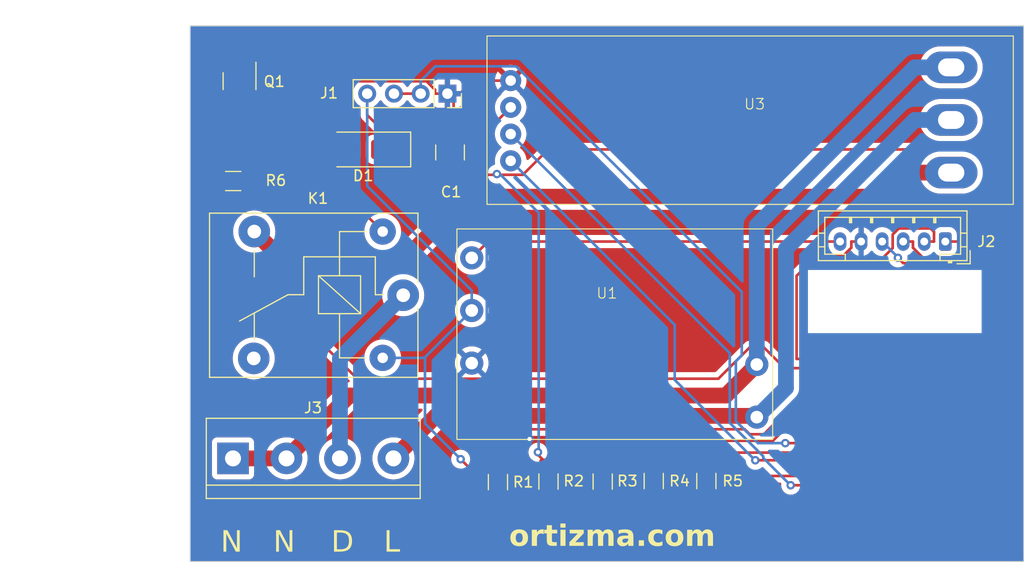
<source format=kicad_pcb>
(kicad_pcb (version 20221018) (generator pcbnew)
  (title_block (title "WiFi AC Dimmer") (date "2023-07-15") (rev "1.0.0") (company "Pablo Ortiz López"))
  (layers (0 "F.Cu" signal) (31 "B.Cu" signal) (34 "B.Paste" user) (35 "F.Paste" user) (36 "B.SilkS" user "B.Silkscreen") (37 "F.SilkS" user "F.Silkscreen") (38 "B.Mask" user) (39 "F.Mask" user) (44 "Edge.Cuts" user))
  (net 0 "")
  (net 1 "NEUT")
  (net 2 "LAMP")
  (net 3 "LINE")
  (net 4 "+3.3V")
  (net 5 "/EN")
  (net 6 "/REST")
  (net 7 "/GPIO0")
  (net 8 "/GPIO2")
  (net 9 "GND")
  (net 10 "/GPIO15")
  (net 11 "/RX")
  (net 12 "/TX")
  (net 13 "+5V")
  (net 14 "/ADC")
  (net 15 "/GPIO16")
  (net 16 "/GPIO14")
  (net 17 "/GPIO12")
  (net 18 "/GPIO13")
  (net 19 "/GPIO4")
  (net 20 "/GPIO5")
  (net 21 "Net-(Q1-B)")
  (net 22 "Net-(D1-A)")
  (net 23 "DIMMER_OUT")
  (footprint "Diode_SMD:D_SMA_Handsoldering" (layer "F.Cu") (at 120.35 83 180)
    (fp_text reference "D1" (at 0 -2.5) (layer "F.SilkS"))
    (fp_text value "1N4007")
    (fp_line (start -4.51 -1.65) (end -4.51 1.65) (stroke (width 0.12)) (layer "F.SilkS"))
    (fp_line (start -4.51 -1.65) (end 2.5 -1.65) (stroke (width 0.12)) (layer "F.SilkS"))
    (fp_line (start -4.51 1.65) (end 2.5 1.65) (stroke (width 0.12)) (layer "F.SilkS"))
    (pad "1" smd roundrect (at -2.5 0 180) (size 3.5 1.8) (layers "F.Cu" "F.Paste" "F.Mask") (roundrect_rratio 0.1388888889) (net 4 "+3.3V"))
    (pad "2" smd roundrect (at 2.5 0 180) (size 3.5 1.8) (layers "F.Cu" "F.Paste" "F.Mask") (roundrect_rratio 0.1388888889) (net 22 "Net-(D1-A)"))
  )
  (footprint "Connector_JST:JST_PH_B6B-PH-K_1x06_P2.00mm_Vertical" (layer "F.Cu") (at 175.65 91.75 180)
    (fp_text reference "J2" (at -3.9 0) (layer "F.SilkS"))
    (fp_text value "Serial Terminals")
    (fp_line (start -2.36 -2.11) (end -2.36 -0.86) (stroke (width 0.12)) (layer "F.SilkS"))
    (fp_line (start -2.06 -1.81) (end -2.06 2.91) (stroke (width 0.12)) (layer "F.SilkS"))
    (fp_line (start -2.06 -0.5) (end -1.45 -0.5) (stroke (width 0.12)) (layer "F.SilkS"))
    (fp_line (start -2.06 0.8) (end -1.45 0.8) (stroke (width 0.12)) (layer "F.SilkS"))
    (fp_line (start -2.06 2.91) (end 12.06 2.91) (stroke (width 0.12)) (layer "F.SilkS"))
    (fp_line (start -1.45 -1.2) (end -1.45 2.3) (stroke (width 0.12)) (layer "F.SilkS"))
    (fp_line (start -1.45 2.3) (end 11.45 2.3) (stroke (width 0.12)) (layer "F.SilkS"))
    (fp_line (start -1.11 -2.11) (end -2.36 -2.11) (stroke (width 0.12)) (layer "F.SilkS"))
    (fp_line (start -0.6 -2.01) (end -0.6 -1.81) (stroke (width 0.12)) (layer "F.SilkS"))
    (fp_line (start -0.3 -2.01) (end -0.6 -2.01) (stroke (width 0.12)) (layer "F.SilkS"))
    (fp_line (start -0.3 -1.91) (end -0.6 -1.91) (stroke (width 0.12)) (layer "F.SilkS"))
    (fp_line (start -0.3 -1.81) (end -0.3 -2.01) (stroke (width 0.12)) (layer "F.SilkS"))
    (fp_line (start 0.5 -1.81) (end 0.5 -1.2) (stroke (width 0.12)) (layer "F.SilkS"))
    (fp_line (start 0.5 -1.2) (end -1.45 -1.2) (stroke (width 0.12)) (layer "F.SilkS"))
    (fp_line (start 0.9 1.8) (end 1.1 1.8) (stroke (width 0.12)) (layer "F.SilkS"))
    (fp_line (start 0.9 2.3) (end 0.9 1.8) (stroke (width 0.12)) (layer "F.SilkS"))
    (fp_line (start 1 2.3) (end 1 1.8) (stroke (width 0.12)) (layer "F.SilkS"))
    (fp_line (start 1.1 1.8) (end 1.1 2.3) (stroke (width 0.12)) (layer "F.SilkS"))
    (fp_line (start 2.9 1.8) (end 3.1 1.8) (stroke (width 0.12)) (layer "F.SilkS"))
    (fp_line (start 2.9 2.3) (end 2.9 1.8) (stroke (width 0.12)) (layer "F.SilkS"))
    (fp_line (start 3 2.3) (end 3 1.8) (stroke (width 0.12)) (layer "F.SilkS"))
    (fp_line (start 3.1 1.8) (end 3.1 2.3) (stroke (width 0.12)) (layer "F.SilkS"))
    (fp_line (start 4.9 1.8) (end 5.1 1.8) (stroke (width 0.12)) (layer "F.SilkS"))
    (fp_line (start 4.9 2.3) (end 4.9 1.8) (stroke (width 0.12)) (layer "F.SilkS"))
    (fp_line (start 5 2.3) (end 5 1.8) (stroke (width 0.12)) (layer "F.SilkS"))
    (fp_line (start 5.1 1.8) (end 5.1 2.3) (stroke (width 0.12)) (layer "F.SilkS"))
    (fp_line (start 6.9 1.8) (end 7.1 1.8) (stroke (width 0.12)) (layer "F.SilkS"))
    (fp_line (start 6.9 2.3) (end 6.9 1.8) (stroke (width 0.12)) (layer "F.SilkS"))
    (fp_line (start 7 2.3) (end 7 1.8) (stroke (width 0.12)) (layer "F.SilkS"))
    (fp_line (start 7.1 1.8) (end 7.1 2.3) (stroke (width 0.12)) (layer "F.SilkS"))
    (fp_line (start 8.9 1.8) (end 9.1 1.8) (stroke (width 0.12)) (layer "F.SilkS"))
    (fp_line (start 8.9 2.3) (end 8.9 1.8) (stroke (width 0.12)) (layer "F.SilkS"))
    (fp_line (start 9 2.3) (end 9 1.8) (stroke (width 0.12)) (layer "F.SilkS"))
    (fp_line (start 9.1 1.8) (end 9.1 2.3) (stroke (width 0.12)) (layer "F.SilkS"))
    (fp_line (start 9.5 -1.2) (end 9.5 -1.81) (stroke (width 0.12)) (layer "F.SilkS"))
    (fp_line (start 11.45 -1.2) (end 9.5 -1.2) (stroke (width 0.12)) (layer "F.SilkS"))
    (fp_line (start 11.45 2.3) (end 11.45 -1.2) (stroke (width 0.12)) (layer "F.SilkS"))
    (fp_line (start 12.06 -1.81) (end -2.06 -1.81) (stroke (width 0.12)) (layer "F.SilkS"))
    (fp_line (start 12.06 -0.5) (end 11.45 -0.5) (stroke (width 0.12)) (layer "F.SilkS"))
    (fp_line (start 12.06 0.8) (end 11.45 0.8) (stroke (width 0.12)) (layer "F.SilkS"))
    (fp_line (start 12.06 2.91) (end 12.06 -1.81) (stroke (width 0.12)) (layer "F.SilkS"))
    (pad "1" thru_hole roundrect (at 0 0 180) (size 1.2 1.75) (drill 0.75) (layers "*.Cu" "*.Mask") (roundrect_rratio 0.2083333333) (net 7 "/GPIO0"))
    (pad "2" thru_hole oval (at 2 0 180) (size 1.2 1.75) (drill 0.75) (layers "*.Cu" "*.Mask") (net 6 "/REST"))
    (pad "3" thru_hole oval (at 4 0 180) (size 1.2 1.75) (drill 0.75) (layers "*.Cu" "*.Mask") (net 11 "/RX"))
    (pad "4" thru_hole oval (at 6 0 180) (size 1.2 1.75) (drill 0.75) (layers "*.Cu" "*.Mask") (net 12 "/TX"))
    (pad "5" thru_hole oval (at 8 0 180) (size 1.2 1.75) (drill 0.75) (layers "*.Cu" "*.Mask") (net 9 "GND"))
    (pad "6" thru_hole oval (at 10 0 180) (size 1.2 1.75) (drill 0.75) (layers "*.Cu" "*.Mask") (net 13 "+5V"))
  )
  (footprint "Resistor_SMD:R_1206_3216Metric_Pad1.30x1.75mm_HandSolder" (layer "F.Cu") (at 137.95 114.55 90)
    (fp_text reference "R2" (at 0.05 2.4 180) (layer "F.SilkS"))
    (fp_text value "10K" hide)
    (fp_line (start -0.727064 -0.91) (end 0.727064 -0.91) (stroke (width 0.12)) (layer "F.SilkS"))
    (fp_line (start -0.727064 0.91) (end 0.727064 0.91) (stroke (width 0.12)) (layer "F.SilkS"))
    (pad "1" smd roundrect (at -1.55 0 90) (size 1.3 1.75) (layers "F.Cu" "F.Paste" "F.Mask") (roundrect_rratio 0.1923076923) (net 4 "+3.3V"))
    (pad "2" smd roundrect (at 1.55 0 90) (size 1.3 1.75) (layers "F.Cu" "F.Paste" "F.Mask") (roundrect_rratio 0.1923076923) (net 6 "/REST"))
  )
  (footprint "Resistor_SMD:R_1206_3216Metric_Pad1.30x1.75mm_HandSolder" (layer "F.Cu") (at 147.95 114.5 90)
    (fp_text reference "R4" (at 0 2.45 180) (layer "F.SilkS"))
    (fp_text value "10K" hide)
    (fp_line (start -0.727064 -0.91) (end 0.727064 -0.91) (stroke (width 0.12)) (layer "F.SilkS"))
    (fp_line (start -0.727064 0.91) (end 0.727064 0.91) (stroke (width 0.12)) (layer "F.SilkS"))
    (pad "1" smd roundrect (at -1.55 0 90) (size 1.3 1.75) (layers "F.Cu" "F.Paste" "F.Mask") (roundrect_rratio 0.1923076923) (net 4 "+3.3V"))
    (pad "2" smd roundrect (at 1.55 0 90) (size 1.3 1.75) (layers "F.Cu" "F.Paste" "F.Mask") (roundrect_rratio 0.1923076923) (net 8 "/GPIO2"))
  )
  (footprint "AA_Footprints:RF Receiver" (layer "F.Cu") (at 128.35 77.7 -90)
    (fp_text reference "J1" (at -0.05 11.25 -180) (layer "F.SilkS"))
    (fp_text value "433MHz_ASK_Superheterodyne_Receiver")
    (fp_line (start -1.33 1.27) (end -1.33 8.95) (stroke (width 0.12)) (layer "F.SilkS"))
    (fp_line (start -1.33 1.27) (end 1.33 1.27) (stroke (width 0.12)) (layer "F.SilkS"))
    (fp_line (start -1.33 8.95) (end 1.33 8.95) (stroke (width 0.12)) (layer "F.SilkS"))
    (fp_line (start 0 -1.33) (end 1.33 -1.33) (stroke (width 0.12)) (layer "F.SilkS"))
    (fp_line (start 1.33 -1.33) (end 1.33 0) (stroke (width 0.12)) (layer "F.SilkS"))
    (fp_line (start 1.33 1.27) (end 1.33 8.95) (stroke (width 0.12)) (layer "F.SilkS"))
    (pad "1" thru_hole rect (at 0 0 270) (size 1.7 1.7) (drill 1) (layers "*.Cu" "*.Mask") (net 9 "GND"))
    (pad "2" thru_hole oval (at 0 2.54 270) (size 1.7 1.7) (drill 1) (layers "*.Cu" "*.Mask") (net 16 "/GPIO14"))
    (pad "3" thru_hole oval (at 0 5.08 270) (size 1.7 1.7) (drill 1) (layers "*.Cu" "*.Mask") (net 16 "/GPIO14"))
    (pad "4" thru_hole oval (at 0 7.62 270) (size 1.7 1.7) (drill 1) (layers "*.Cu" "*.Mask") (net 4 "+3.3V"))
  )
  (footprint "Capacitor_SMD:C_1210_3225Metric_Pad1.33x2.70mm_HandSolder" (layer "F.Cu") (at 128.6 83.2875 90)
    (fp_text reference "C1" (at -3.75 0.1 180) (layer "F.SilkS"))
    (fp_text value "100nF" hide)
    (fp_line (start -0.711252 -1.36) (end 0.711252 -1.36) (stroke (width 0.12)) (layer "F.SilkS"))
    (fp_line (start -0.711252 1.36) (end 0.711252 1.36) (stroke (width 0.12)) (layer "F.SilkS"))
    (pad "1" smd roundrect (at -1.5625 0 90) (size 1.325 2.7) (layers "F.Cu" "F.Paste" "F.Mask") (roundrect_rratio 0.1886792453) (net 6 "/REST"))
    (pad "2" smd roundrect (at 1.5625 0 90) (size 1.325 2.7) (layers "F.Cu" "F.Paste" "F.Mask") (roundrect_rratio 0.1886792453) (net 9 "GND"))
  )
  (footprint "AA_Footprints:SOT-23-3-BC" (layer "F.Cu") (at 108.6 76.5125 -90)
    (fp_text reference "Q1" (at 0.0375 -3.3) (layer "F.SilkS"))
    (fp_text value "BC547" hide)
    (fp_line (start 0 -1.56) (end -1.8 -1.56) (stroke (width 0.12)) (layer "F.SilkS"))
    (fp_line (start 0 -1.56) (end 0.8 -1.56) (stroke (width 0.12)) (layer "F.SilkS"))
    (fp_line (start 0 1.56) (end -0.8 1.56) (stroke (width 0.12)) (layer "F.SilkS"))
    (fp_line (start 0 1.56) (end 0.8 1.56) (stroke (width 0.12)) (layer "F.SilkS"))
    (pad "1" smd roundrect (at 1.1375 0 270) (size 1.325 0.6) (layers "F.Cu" "F.Paste" "F.Mask") (net 22 "Net-(D1-A)"))
    (pad "2" smd roundrect (at -1.1375 -0.95 270) (size 1.325 0.6) (layers "F.Cu" "F.Paste" "F.Mask") (net 21 "Net-(Q1-B)"))
    (pad "3" smd roundrect (at -1.1375 0.95 270) (size 1.325 0.6) (layers "F.Cu" "F.Paste" "F.Mask") (net 9 "GND"))
  )
  (footprint "AA_Footprints:5V07" (layer "F.Cu") (at 143.81 100.71)
    (fp_text reference "U1" (at -0.31 -4.05 unlocked) (layer "F.SilkS") (effects (font (thickness 0.1))))
    (fp_text value "5V07 Transformer")
    (fp_rect (start -14.56 9.84) (end 15.44 -10.16) (stroke (width 0.1)) (fill none) (layer "F.SilkS"))
    (pad "1" thru_hole circle (at 13.93 7.72) (size 2.2 2.2) (drill 1.2) (layers "*.Cu" "*.Mask") (net 3 "LINE"))
    (pad "2" thru_hole circle (at 13.93 2.72) (size 2.2 2.2) (drill 1.2) (layers "*.Cu" "*.Mask") (net 1 "NEUT"))
    (pad "3" thru_hole circle (at -13.15 2.59) (size 2.2 2.2) (drill 1.2) (layers "*.Cu" "*.Mask") (net 9 "GND"))
    (pad "4" thru_hole circle (at -13.15 -2.41) (size 2.2 2.2) (drill 1.2) (layers "*.Cu" "*.Mask") (net 4 "+3.3V"))
    (pad "5" thru_hole circle (at -13.15 -7.41) (size 2.2 2.2) (drill 1.2) (layers "*.Cu" "*.Mask") (net 13 "+5V"))
  )
  (footprint "Relay_THT:Relay_SPDT_SANYOU_SRD_Series_Form_C" (layer "F.Cu") (at 124.15 96.85 180)
    (fp_text reference "K1" (at 8.1 9.2) (layer "F.SilkS"))
    (fp_text value "SANYOU_SRD_Form_C")
    (fp_line (start -1.4 -7.8) (end -1.4 -1.2) (stroke (width 0.12)) (layer "F.SilkS"))
    (fp_line (start -1.4 -7.8) (end 18.4 -7.8) (stroke (width 0.12)) (layer "F.SilkS"))
    (fp_line (start -1.4 1.2) (end -1.4 7.8) (stroke (width 0.12)) (layer "F.SilkS"))
    (fp_line (start 2.65 0.05) (end 1.85 0.05) (stroke (width 0.12)) (layer "F.SilkS"))
    (fp_line (start 2.65 0.05) (end 2.65 3.65) (stroke (width 0.12)) (layer "F.SilkS"))
    (fp_line (start 3.55 6.05) (end 6.05 6.05) (stroke (width 0.12)) (layer "F.SilkS"))
    (fp_line (start 4.05 -1.75) (end 8.05 -1.75) (stroke (width 0.12)) (layer "F.SilkS"))
    (fp_line (start 4.05 1.85) (end 4.05 -1.75) (stroke (width 0.12)) (layer "F.SilkS"))
    (fp_line (start 6.05 -5.95) (end 3.55 -5.95) (stroke (width 0.12)) (layer "F.SilkS"))
    (fp_line (start 6.05 -5.95) (end 6.05 -1.75) (stroke (width 0.12)) (layer "F.SilkS"))
    (fp_line (start 6.05 1.85) (end 6.05 6.05) (stroke (width 0.12)) (layer "F.SilkS"))
    (fp_line (start 8.05 -1.75) (end 8.05 1.85) (stroke (width 0.12)) (layer "F.SilkS"))
    (fp_line (start 8.05 1.85) (end 4.05 -1.75) (stroke (width 0.12)) (layer "F.SilkS"))
    (fp_line (start 8.05 1.85) (end 4.05 1.85) (stroke (width 0.12)) (layer "F.SilkS"))
    (fp_line (start 9.45 0.05) (end 9.45 3.65) (stroke (width 0.12)) (layer "F.SilkS"))
    (fp_line (start 9.45 0.05) (end 10.95 0.05) (stroke (width 0.12)) (layer "F.SilkS"))
    (fp_line (start 9.45 3.65) (end 2.65 3.65) (stroke (width 0.12)) (layer "F.SilkS"))
    (fp_line (start 10.95 0.05) (end 15.55 -2.45) (stroke (width 0.12)) (layer "F.SilkS"))
    (fp_line (start 14.15 -4.2) (end 14.15 -1.7) (stroke (width 0.12)) (layer "F.SilkS"))
    (fp_line (start 14.15 4.2) (end 14.15 1.75) (stroke (width 0.12)) (layer "F.SilkS"))
    (fp_line (start 18.4 -7.8) (end 18.4 7.8) (stroke (width 0.12)) (layer "F.SilkS"))
    (fp_line (start 18.4 7.8) (end -1.4 7.8) (stroke (width 0.12)) (layer "F.SilkS"))
    (pad "1" thru_hole circle (at 0 0 270) (size 3 3) (drill 1.3) (layers "*.Cu" "*.Mask") (net 2 "LAMP"))
    (pad "2" thru_hole circle (at 1.95 6.05 270) (size 2.5 2.5) (drill 1) (layers "*.Cu" "*.Mask") (net 22 "Net-(D1-A)"))
    (pad "3" thru_hole circle (at 14.15 6.05 270) (size 3 3) (drill 1.3) (layers "*.Cu" "*.Mask") (net 23 "DIMMER_OUT"))
    (pad "4" thru_hole circle (at 14.2 -6 270) (size 3 3) (drill 1.3) (layers "*.Cu" "*.Mask"))
    (pad "5" thru_hole circle (at 1.95 -5.95 270) (size 2.5 2.5) (drill 1) (layers "*.Cu" "*.Mask") (net 4 "+3.3V"))
  )
  (footprint "Resistor_SMD:R_1206_3216Metric_Pad1.30x1.75mm_HandSolder" (layer "F.Cu") (at 143.1 114.55 90)
    (fp_text reference "R3" (at 0.05 2.35 180) (layer "F.SilkS"))
    (fp_text value "10K" hide)
    (fp_line (start -0.727064 -0.91) (end 0.727064 -0.91) (stroke (width 0.12)) (layer "F.SilkS"))
    (fp_line (start -0.727064 0.91) (end 0.727064 0.91) (stroke (width 0.12)) (layer "F.SilkS"))
    (pad "1" smd roundrect (at -1.55 0 90) (size 1.3 1.75) (layers "F.Cu" "F.Paste" "F.Mask") (roundrect_rratio 0.1923076923) (net 4 "+3.3V"))
    (pad "2" smd roundrect (at 1.55 0 90) (size 1.3 1.75) (layers "F.Cu" "F.Paste" "F.Mask") (roundrect_rratio 0.1923076923) (net 7 "/GPIO0"))
  )
  (footprint "Resistor_SMD:R_1206_3216Metric_Pad1.30x1.75mm_HandSolder" (layer "F.Cu") (at 108 86 180)
    (fp_text reference "R6" (at -4.05 0.05) (layer "F.SilkS"))
    (fp_text value "1k" hide)
    (fp_line (start -0.727064 -0.91) (end 0.727064 -0.91) (stroke (width 0.12)) (layer "F.SilkS"))
    (fp_line (start -0.727064 0.91) (end 0.727064 0.91) (stroke (width 0.12)) (layer "F.SilkS"))
    (pad "1" smd roundrect (at -1.55 0 180) (size 1.3 1.75) (layers "F.Cu" "F.Paste" "F.Mask") (roundrect_rratio 0.1923076923) (net 20 "/GPIO5"))
    (pad "2" smd roundrect (at 1.55 0 180) (size 1.3 1.75) (layers "F.Cu" "F.Paste" "F.Mask") (roundrect_rratio 0.1923076923) (net 21 "Net-(Q1-B)"))
  )
  (footprint "AA_Footprints:Terminal_KF128-4P" (layer "F.Cu") (at 107.98 112.35)
    (fp_text reference "J3" (at 7.6 -4.8) (layer "F.SilkS"))
    (fp_text value "AC Terminals")
    (fp_line (start -2.54 -3.81) (end -2.54 3.81) (stroke (width 0.12)) (layer "F.SilkS"))
    (fp_line (start -2.54 -3.81) (end 17.78 -3.81) (stroke (width 0.12)) (layer "F.SilkS"))
    (fp_line (start -2.54 3.81) (end 17.78 3.81) (stroke (width 0.12)) (layer "F.SilkS"))
    (fp_line (start 17.78 2.54) (end -2.54 2.54) (stroke (width 0.12)) (layer "F.SilkS"))
    (fp_line (start 17.78 3.81) (end 17.78 -3.81) (stroke (width 0.12)) (layer "F.SilkS"))
    (pad "1" thru_hole rect (at 0 0) (size 3 3) (drill 1.52) (layers "*.Cu" "*.Mask") (net 1 "NEUT"))
    (pad "2" thru_hole circle (at 5.08 0) (size 3 3) (drill 1.52) (layers "*.Cu" "*.Mask") (net 1 "NEUT"))
    (pad "3" thru_hole circle (at 10.16 0) (size 3 3) (drill 1.52) (layers "*.Cu" "*.Mask") (net 2 "LAMP"))
    (pad "4" thru_hole circle (at 15.24 0) (size 3 3) (drill 1.52) (layers "*.Cu" "*.Mask") (net 3 "LINE"))
  )
  (footprint "AA_Footprints:AC Dimmer 4A" (layer "F.Cu") (at 157.5 80.2)
    (fp_text reference "U3" (at 0.035 -1.505 unlocked) (layer "F.SilkS") (effects (font (thickness 0.1))))
    (fp_text value "AC_Dimmer_4A" hide)
    (fp_rect (start -25.39 8.02) (end 24.61 -7.98) (stroke (width 0.1)) (fill none) (layer "F.SilkS"))
    (pad "1" thru_hole circle (at -23.14 -3.74) (size 2 2) (drill 1) (layers "*.Cu" "*.Mask") (net 9 "GND"))
    (pad "2" thru_hole circle (at -23.14 -1.2) (size 2 2) (drill 1) (layers "*.Cu" "*.Mask") (net 4 "+3.3V"))
    (pad "3" thru_hole circle (at -23.14 1.34) (size 2 2) (drill 1) (layers "*.Cu" "*.Mask") (net 18 "/GPIO13"))
    (pad "4" thru_hole circle (at -23.14 3.88) (size 2 2) (drill 1) (layers "*.Cu" "*.Mask") (net 17 "/GPIO12"))
    (pad "5" thru_hole oval (at 18.71 -5) (size 5 3) (drill oval 2.5 1.7) (layers "*.Cu" "*.Mask") (net 1 "NEUT"))
    (pad "6" thru_hole oval (at 18.71 0) (size 5 3) (drill oval 2.5 1.7) (layers "*.Cu" "*.Mask") (net 3 "LINE"))
    (pad "7" thru_hole oval (at 18.71 5) (size 5 3) (drill oval 2.5 1.7) (layers "*.Cu" "*.Mask") (net 23 "DIMMER_OUT"))
  )
  (footprint "Resistor_SMD:R_1206_3216Metric_Pad1.30x1.75mm_HandSolder" (layer "F.Cu") (at 133.15 114.6 90)
    (fp_text reference "R1" (at 0 2.4 180) (layer "F.SilkS"))
    (fp_text value "10K" hide)
    (fp_line (start -0.727064 -0.91) (end 0.727064 -0.91) (stroke (width 0.12)) (layer "F.SilkS"))
    (fp_line (start -0.727064 0.91) (end 0.727064 0.91) (stroke (width 0.12)) (layer "F.SilkS"))
    (pad "1" smd roundrect (at -1.55 0 90) (size 1.3 1.75) (layers "F.Cu" "F.Paste" "F.Mask") (roundrect_rratio 0.1923076923) (net 4 "+3.3V"))
    (pad "2" smd roundrect (at 1.55 0 90) (size 1.3 1.75) (layers "F.Cu" "F.Paste" "F.Mask") (roundrect_rratio 0.1923076923) (net 5 "/EN"))
  )
  (footprint "AA_Footprints:ESP-12E_SMD" (layer "F.Cu") (at 163.8 102.9)
    (fp_text reference "U2" hide)
    (fp_text value "ESP-12F" hide)
    (pad "1" smd rect (at 0 0) (size 2.5 1.1) (drill (offset -0.7 0)) (layers "F.Cu" "F.Paste" "F.Mask") (net 6 "/REST"))
    (pad "2" smd rect (at 0 2) (size 2.5 1.1) (drill (offset -0.7 0)) (layers "F.Cu" "F.Paste" "F.Mask") (net 14 "/ADC"))
    (pad "3" smd rect (at 0 4) (size 2.5 1.1) (drill (offset -0.7 0)) (layers "F.Cu" "F.Paste" "F.Mask") (net 5 "/EN"))
    (pad "4" smd rect (at 0 6) (size 2.5 1.1) (drill (offset -0.7 0)) (layers "F.Cu" "F.Paste" "F.Mask") (net 15 "/GPIO16"))
    (pad "5" smd rect (at 0 8) (size 2.5 1.1) (drill (offset -0.7 0)) (layers "F.Cu" "F.Paste" "F.Mask") (net 16 "/GPIO14"))
    (pad "6" smd rect (at 0 10) (size 2.5 1.1) (drill (offset -0.7 0)) (layers "F.Cu" "F.Paste" "F.Mask") (net 17 "/GPIO12"))
    (pad "7" smd rect (at 0 12) (size 2.5 1.1) (drill (offset -0.7 0)) (layers "F.Cu" "F.Paste" "F.Mask") (net 18 "/GPIO13"))
    (pad "8" smd rect (at 0 14) (size 2.5 1.1) (drill (offset -0.7 0)) (layers "F.Cu" "F.Paste" "F.Mask") (net 4 "+3.3V"))
    (pad "9" smd rect (at 14 14) (size 2.5 1.1) (drill (offset 0.7 0)) (layers "F.Cu" "F.Paste" "F.Mask") (net 9 "GND"))
    (pad "10" smd rect (at 14 12) (size 2.5 1.1) (drill (offset 0.7 0)) (layers "F.Cu" "F.Paste" "F.Mask") (net 10 "/GPIO15"))
    (pad "11" smd rect (at 14 10) (size 2.5 1.1) (drill (offset 0.7 0)) (layers "F.Cu" "F.Paste" "F.Mask") (net 8 "/GPIO2"))
    (pad "12" smd rect (at 14 8) (size 2.5 1.1) (drill (offset 0.7 0)) (layers "F.Cu" "F.Paste" "F.Mask") (net 7 "/GPIO0"))
    (pad "13" smd rect (at 14 6) (size 2.5 1.1) (drill (offset 0.7 0)) (layers "F.Cu" "F.Paste" "F.Mask") (net 19 "/GPIO4"))
    (pad "14" smd rect (at 14 4) (size 2.5 1.1) (drill (offset 0.7 0)) (layers "F.Cu" "F.Paste" "F.Mask") (net 20 "/GPIO5"))
    (pad "15" smd rect (at 14 2) (size 2.5 1.1) (drill (offset 0.7 0)) (layers "F.Cu" "F.Paste" "F.Mask") (net 11 "/RX"))
    (pad "16" smd rect (at 14 0) (size 2.5 1.1) (drill (offset 0.7 0)) (layers "F.Cu" "F.Paste" "F.Mask") (net 12 "/TX"))
    (pad "17" smd rect (at 1.99 15 90) (size 2.5 1.1) (drill (offset -0.7 0)) (layers "F.Cu" "F.Paste" "F.Mask"))
    (pad "18" smd rect (at 3.99 15 90) (size 2.5 1.1) (drill (offset -0.7 0)) (layers "F.Cu" "F.Paste" "F.Mask"))
    (pad "19" smd rect (at 5.99 15 90) (size 2.5 1.1) (drill (offset -0.7 0)) (layers "F.Cu" "F.Paste" "F.Mask"))
    (pad "20" smd rect (at 7.99 15 90) (size 2.5 1.1) (drill (offset -0.7 0)) (layers "F.Cu" "F.Paste" "F.Mask"))
    (pad "21" smd rect (at 9.99 15 90) (size 2.5 1.1) (drill (offset -0.7 0)) (layers "F.Cu" "F.Paste" "F.Mask"))
    (pad "22" smd rect (at 11.99 15 90) (size 2.5 1.1) (drill (offset -0.7 0)) (layers "F.Cu" "F.Paste" "F.Mask"))
  )
  (footprint "Resistor_SMD:R_1206_3216Metric_Pad1.30x1.75mm_HandSolder" (layer "F.Cu") (at 152.95 114.5 90)
    (fp_text reference "R5" (at 0 2.5 180) (layer "F.SilkS"))
    (fp_text value "10K" hide)
    (fp_line (start -0.727064 -0.91) (end 0.727064 -0.91) (stroke (width 0.12)) (layer "F.SilkS"))
    (fp_line (start -0.727064 0.91) (end 0.727064 0.91) (stroke (width 0.12)) (layer "F.SilkS"))
    (pad "1" smd roundrect (at -1.55 0 90) (size 1.3 1.75) (layers "F.Cu" "F.Paste" "F.Mask") (roundrect_rratio 0.1923076923) (net 9 "GND"))
    (pad "2" smd roundrect (at 1.55 0 90) (size 1.3 1.75) (layers "F.Cu" "F.Paste" "F.Mask") (roundrect_rratio 0.1923076923) (net 10 "/GPIO15"))
  )
  (gr_rect (start 103.9 71.25) (end 183.1 122.15) (stroke (width 0.1)) (fill none) (layer "Edge.Cuts"))
  (gr_text "N" (at 111.8 121.55) (layer "F.SilkS") (effects (font (size 2 2) (thickness 0.2)) (justify left bottom)))
  (gr_text "L" (at 122.3 121.55) (layer "F.SilkS") (effects (font (size 2 2) (thickness 0.2)) (justify left bottom)))
  (gr_text "D" (at 117.3 121.55) (layer "F.SilkS") (effects (font (size 2 2) (thickness 0.2)) (justify left bottom)))
  (gr_text "N" (at 106.8 121.55) (layer "F.SilkS") (effects (font (size 2 2) (thickness 0.2)) (justify left bottom)))
  (gr_text "ortizma.com" (at 134.2074 120.9991) (layer "F.SilkS") (effects (font (size 2 2) (thickness 0.3) bold) (justify left bottom)))
  (segment (start 119.0318 106.3782) (end 113.06 112.35) (width 1.5) (layer "F.Cu") (net 1))
  (segment (start 107.98 112.35) (end 110.4317 112.35) (width 1.5) (layer "F.Cu") (net 1))
  (segment (start 113.06 112.35) (end 110.4317 112.35) (width 1.5) (layer "F.Cu") (net 1))
  (segment (start 157.74 103.43) (end 154.7918 106.3782) (width 1.5) (layer "F.Cu") (net 1))
  (segment (start 154.7918 106.3782) (end 119.0318 106.3782) (width 1.5) (layer "F.Cu") (net 1))
  (segment (start 172.7583 75.2) (end 157.74 90.2183) (width 1.5) (layer "B.Cu") (net 1))
  (segment (start 157.74 90.2183) (end 157.74 103.43) (width 1.5) (layer "B.Cu") (net 1))
  (segment (start 176.21 75.2) (end 172.7583 75.2) (width 1.5) (layer "B.Cu") (net 1))
  (segment (start 124.15 96.85) (end 118.14 102.86) (width 1.5) (layer "B.Cu") (net 2))
  (segment (start 118.14 102.86) (end 118.14 112.35) (width 1.5) (layer "B.Cu") (net 2))
  (segment (start 157.6188 108.3088) (end 127.2612 108.3088) (width 1.5) (layer "F.Cu") (net 3))
  (segment (start 157.74 108.43) (end 157.6188 108.3088) (width 1.5) (layer "F.Cu") (net 3))
  (segment (start 127.2612 108.3088) (end 123.22 112.35) (width 1.5) (layer "F.Cu") (net 3))
  (segment (start 172.7583 80.2) (end 160.5105 92.4478) (width 1.5) (layer "B.Cu") (net 3))
  (segment (start 176.21 80.2) (end 172.7583 80.2) (width 1.5) (layer "B.Cu") (net 3))
  (segment (start 160.5105 105.6595) (end 157.74 108.43) (width 1.5) (layer "B.Cu") (net 3))
  (segment (start 160.5105 92.4478) (end 160.5105 105.6595) (width 1.5) (layer "B.Cu") (net 3))
  (segment (start 120.73 79.7268) (end 120.73 77.7) (width 0.25) (layer "F.Cu") (net 4))
  (segment (start 133.15 115.968) (end 133.15 116.1) (width 0.25) (layer "F.Cu") (net 4))
  (segment (start 147.9 116.1) (end 147.95 116.05) (width 0.25) (layer "F.Cu") (net 4))
  (segment (start 133.15 116.1) (end 137.95 116.1) (width 0.25) (layer "F.Cu") (net 4))
  (segment (start 161.348 117.0753) (end 161.5233 116.9) (width 0.25) (layer "F.Cu") (net 4))
  (segment (start 129.605 112.423) (end 133.15 115.968) (width 0.25) (layer "F.Cu") (net 4))
  (segment (start 123.4266 82.4234) (end 120.73 79.7268) (width 0.25) (layer "F.Cu") (net 4))
  (segment (start 147.95 116.05) (end 148.9753 117.0753) (width 0.25) (layer "F.Cu") (net 4))
  (segment (start 134.36 79) (end 130.5899 82.7701) (width 0.25) (layer "F.Cu") (net 4))
  (segment (start 122.85 83) (end 123.4266 82.4234) (width 0.25) (layer "F.Cu") (net 4))
  (segment (start 133.15 116.1) (end 133.15 116.15) (width 0.25) (layer "F.Cu") (net 4))
  (segment (start 123.7733 82.7701) (end 123.4266 82.4234) (width 0.25) (layer "F.Cu") (net 4))
  (segment (start 137.95 116.1) (end 143.1 116.1) (width 0.25) (layer "F.Cu") (net 4))
  (segment (start 130.5899 82.7701) (end 123.7733 82.7701) (width 0.25) (layer "F.Cu") (net 4))
  (segment (start 148.9753 117.0753) (end 161.348 117.0753) (width 0.25) (layer "F.Cu") (net 4))
  (segment (start 163.8 116.9) (end 161.5233 116.9) (width 0.25) (layer "F.Cu") (net 4))
  (segment (start 143.1 116.1) (end 147.9 116.1) (width 0.25) (layer "F.Cu") (net 4))
  (via (at 129.605 112.423) (size 0.8) (drill 0.4) (layers "F.Cu" "B.Cu") (net 4))
  (segment (start 126.2185 109.0365) (end 129.605 112.423) (width 0.25) (layer "B.Cu") (net 4))
  (segment (start 120.73 78.8767) (end 120.73 86.4754) (width 0.25) (layer "B.Cu") (net 4))
  (segment (start 130.66 98.3) (end 126.2185 102.7415) (width 0.25) (layer "B.Cu") (net 4))
  (segment (start 120.73 86.4754) (end 130.66 96.4054) (width 0.25) (layer "B.Cu") (net 4))
  (segment (start 126.2185 102.8) (end 122.2 102.8) (width 0.25) (layer "B.Cu") (net 4))
  (segment (start 130.66 96.4054) (end 130.66 98.3) (width 0.25) (layer "B.Cu") (net 4))
  (segment (start 126.2185 102.8) (end 126.2185 109.0365) (width 0.25) (layer "B.Cu") (net 4))
  (segment (start 120.73 77.7) (end 120.73 78.8767) (width 0.25) (layer "B.Cu") (net 4))
  (segment (start 126.2185 102.7415) (end 126.2185 102.8) (width 0.25) (layer "B.Cu") (net 4))
  (segment (start 163.8 106.9) (end 161.5233 106.9) (width 0.25) (layer "F.Cu") (net 5))
  (segment (start 133.15 112.2433) (end 133.15 113.05) (width 0.25) (layer "F.Cu") (net 5))
  (segment (start 157.066902 110.055) (end 156.595702 109.5838) (width 0.25) (layer "F.Cu") (net 5))
  (segment (start 158.413098 110.055) (end 157.066902 110.055) (width 0.25) (layer "F.Cu") (net 5))
  (segment (start 161.568098 106.9) (end 158.413098 110.055) (width 0.25) (layer "F.Cu") (net 5))
  (segment (start 156.595702 109.5838) (end 135.8095 109.5838) (width 0.25) (layer "F.Cu") (net 5))
  (segment (start 135.8095 109.5838) (end 133.15 112.2433) (width 0.25) (layer "F.Cu") (net 5))
  (segment (start 163.8 106.9) (end 161.568098 106.9) (width 0.25) (layer "F.Cu") (net 5))
  (segment (start 133.05 85.3372) (end 133.1195 85.4067) (width 0.25) (layer "F.Cu") (net 6))
  (segment (start 137.9167 83) (end 135.51 85.4067) (width 0.25) (layer "F.Cu") (net 6))
  (segment (start 169.3909 93.6264) (end 170.65 92.3673) (width 0.25) (layer "F.Cu") (net 6))
  (segment (start 179.5 84.25) (end 178.25 83) (width 0.25) (layer "F.Cu") (net 6))
  (segment (start 171.2315 90.5064) (end 174.2598 90.5064) (width 0.25) (layer "F.Cu") (net 6))
  (segment (start 174.3941 90.6407) (end 175.2848 89.75) (width 0.25) (layer "F.Cu") (net 6))
  (segment (start 174.2598 90.5064) (end 174.3941 90.6407) (width 0.25) (layer "F.Cu") (net 6))
  (segment (start 173.65 91.75) (end 174.5767 91.75) (width 0.25) (layer "F.Cu") (net 6))
  (segment (start 176 89.75) (end 179.5 86.25) (width 0.25) (layer "F.Cu") (net 6))
  (segment (start 179.5 86.25) (end 179.5 84.25) (width 0.25) (layer "F.Cu") (net 6))
  (segment (start 161.5233 95.002) (end 162.8989 93.6264) (width 0.25) (layer "F.Cu") (net 6))
  (segment (start 136.9479 111.9979) (end 136.9479 111.7635) (width 0.25) (layer "F.Cu") (net 6))
  (segment (start 163.8 102.9) (end 161.5233 102.9) (width 0.25) (layer "F.Cu") (net 6))
  (segment (start 133.1195 85.4067) (end 133.5438 85.4067) (width 0.25) (layer "F.Cu") (net 6))
  (segment (start 129.1567 85.4067) (end 133.5438 85.4067) (width 0.25) (layer "F.Cu") (net 6))
  (segment (start 174.3941 90.6407) (end 174.5767 90.8233) (width 0.25) (layer "F.Cu") (net 6))
  (segment (start 170.65 91.0879) (end 171.2315 90.5064) (width 0.25) (layer "F.Cu") (net 6))
  (segment (start 161.5233 102.9) (end 161.5233 95.002) (width 0.25) (layer "F.Cu") (net 6))
  (segment (start 135.51 85.4067) (end 133.5438 85.4067) (width 0.25) (layer "F.Cu") (net 6))
  (segment (start 178.25 83) (end 137.9167 83) (width 0.25) (layer "F.Cu") (net 6))
  (segment (start 128.6 84.85) (end 129.1567 85.4067) (width 0.25) (layer "F.Cu") (net 6))
  (segment (start 162.8989 93.6264) (end 169.3909 93.6264) (width 0.25) (layer "F.Cu") (net 6))
  (segment (start 175.2848 89.75) (end 176 89.75) (width 0.25) (layer "F.Cu") (net 6))
  (segment (start 137.95 113) (end 136.9479 111.9979) (width 0.25) (layer "F.Cu") (net 6))
  (segment (start 170.65 92.3673) (end 170.65 91.0879) (width 0.25) (layer "F.Cu") (net 6))
  (segment (start 174.5767 90.8233) (end 174.5767 91.75) (width 0.25) (layer "F.Cu") (net 6))
  (via (at 136.9479 111.7635) (size 0.8) (drill 0.4) (layers "F.Cu" "B.Cu") (net 6))
  (via (at 133.05 85.3372) (size 0.8) (drill 0.4) (layers "F.Cu" "B.Cu") (net 6))
  (segment (start 133.05 85.3372) (end 133.3336 85.3372) (width 0.25) (layer "B.Cu") (net 6))
  (segment (start 133.3336 85.3372) (end 137.0194 89.023) (width 0.25) (layer "B.Cu") (net 6))
  (segment (start 137.0194 89.023) (end 137.0194 111.692) (width 0.25) (layer "B.Cu") (net 6))
  (segment (start 137.0194 111.692) (end 136.9479 111.7635) (width 0.25) (layer "B.Cu") (net 6))
  (segment (start 177.8 110.9) (end 180.0767 110.9) (width 0.25) (layer "F.Cu") (net 7))
  (segment (start 181.0685 94.6455) (end 178.173 91.75) (width 0.25) (layer "F.Cu") (net 7))
  (segment (start 181.0685 109.9082) (end 181.0685 94.6455) (width 0.25) (layer "F.Cu") (net 7))
  (segment (start 160.1733 109.7767) (end 175.8 109.7767) (width 0.25) (layer "F.Cu") (net 7))
  (segment (start 180.0767 110.9) (end 181.0685 109.9082) (width 0.25) (layer "F.Cu") (net 7))
  (segment (start 176.9233 110.9) (end 177.8 110.9) (width 0.25) (layer "F.Cu") (net 7))
  (segment (start 175.8 109.7767) (end 176.9233 110.9) (width 0.25) (layer "F.Cu") (net 7))
  (segment (start 159.2714 110.6786) (end 160.1733 109.7767) (width 0.25) (layer "F.Cu") (net 7))
  (segment (start 145.4214 110.6786) (end 159.2714 110.6786) (width 0.25) (layer "F.Cu") (net 7))
  (segment (start 143.1 113) (end 145.4214 110.6786) (width 0.25) (layer "F.Cu") (net 7))
  (segment (start 178.173 91.75) (end 175.65 91.75) (width 0.25) (layer "F.Cu") (net 7))
  (segment (start 175.8242 111.8009) (end 176.9233 112.9) (width 0.25) (layer "F.Cu") (net 8))
  (segment (start 147.95 112.95) (end 149.0991 111.8009) (width 0.25) (layer "F.Cu") (net 8))
  (segment (start 149.0991 111.8009) (end 175.8242 111.8009) (width 0.25) (layer "F.Cu") (net 8))
  (segment (start 177.8 112.9) (end 176.9233 112.9) (width 0.25) (layer "F.Cu") (net 8))
  (segment (start 138.008949 110.508949) (end 142.1 114.6) (width 0.25) (layer "F.Cu") (net 9))
  (segment (start 126.3644 76.5233) (end 127.1733 77.3322) (width 0.25) (layer "F.Cu") (net 9))
  (segment (start 152.95 116.05) (end 152.9767 116.0233) (width 0.25) (layer "F.Cu") (net 9))
  (segment (start 167.65 91.75) (end 166.7233 91.75) (width 0.25) (layer "F.Cu") (net 9))
  (segment (start 128.35 77.7) (end 127.1733 77.7) (width 0.25) (layer "F.Cu") (net 9))
  (segment (start 136.15 110.508949) (end 138.008949 110.508949) (width 0.25) (layer "F.Cu") (net 9))
  (segment (start 107.65 75.375) (end 108.7983 76.5233) (width 0.25) (layer "F.Cu") (net 9))
  (segment (start 127.1733 77.3322) (end 127.1733 77.7) (width 0.25) (layer "F.Cu") (net 9))
  (segment (start 142.1 114.6) (end 151.5 114.6) (width 0.25) (layer "F.Cu") (net 9))
  (segment (start 152.9767 116.0233) (end 176.0466 116.0233) (width 0.25) (layer "F.Cu") (net 9))
  (segment (start 128.9384 81.3866) (end 128.6 81.725) (width 0.25) (layer "F.Cu") (net 9))
  (segment (start 134.36 76.46) (end 130.7667 76.46) (width 0.25) (layer "F.Cu") (net 9))
  (segment (start 151.5 114.6) (end 152.95 116.05) (width 0.25) (layer "F.Cu") (net 9))
  (segment (start 140.8415 93.1185) (end 165.934 93.1185) (width 0.25) (layer "F.Cu") (net 9))
  (segment (start 177.8 116.9) (end 176.9233 116.9) (width 0.25) (layer "F.Cu") (net 9))
  (segment (start 108.7983 76.5233) (end 126.3644 76.5233) (width 0.25) (layer "F.Cu") (net 9))
  (segment (start 130.7667 76.46) (end 129.5267 77.7) (width 0.25) (layer "F.Cu") (net 9))
  (segment (start 165.934 93.1185) (end 166.7233 92.3292) (width 0.25) (layer "F.Cu") (net 9))
  (segment (start 166.7233 92.3292) (end 166.7233 91.75) (width 0.25) (layer "F.Cu") (net 9))
  (segment (start 176.0466 116.0233) (end 176.9233 116.9) (width 0.25) (layer "F.Cu") (net 9))
  (segment (start 128.9384 77.7) (end 128.9384 81.3866) (width 0.25) (layer "F.Cu") (net 9))
  (segment (start 128.35 77.7) (end 128.9384 77.7) (width 0.25) (layer "F.Cu") (net 9))
  (segment (start 128.9384 77.7) (end 129.5267 77.7) (width 0.25) (layer "F.Cu") (net 9))
  (segment (start 130.66 103.3) (end 140.8415 93.1185) (width 0.25) (layer "F.Cu") (net 9))
  (via (at 136.15 110.508949) (size 0.8) (drill 0.4) (layers "F.Cu" "B.Cu") (net 9))
  (segment (start 132.0944 101.8656) (end 130.66 103.3) (width 0.25) (layer "B.Cu") (net 9))
  (segment (start 136.15 110.508949) (end 136.15 108.79) (width 0.25) (layer "B.Cu") (net 9))
  (segment (start 128.35 78.8767) (end 132.0944 82.6211) (width 0.25) (layer "B.Cu") (net 9))
  (segment (start 136.15 108.79) (end 130.66 103.3) (width 0.25) (layer "B.Cu") (net 9))
  (segment (start 128.35 77.7) (end 128.35 78.8767) (width 0.25) (layer "B.Cu") (net 9))
  (segment (start 132.0944 82.6211) (end 132.0944 101.8656) (width 0.25) (layer "B.Cu") (net 9))
  (segment (start 177.8 114.9) (end 176.9233 114.9) (width 0.25) (layer "F.Cu") (net 10))
  (segment (start 176.0451 114.0218) (end 154.0218 114.0218) (width 0.25) (layer "F.Cu") (net 10))
  (segment (start 176.9233 114.9) (end 176.0451 114.0218) (width 0.25) (layer "F.Cu") (net 10))
  (segment (start 154.0218 114.0218) (end 152.95 112.95) (width 0.25) (layer "F.Cu") (net 10))
  (segment (start 177.8 104.9) (end 180.0767 104.9) (width 0.25) (layer "F.Cu") (net 11))
  (segment (start 172.5767 92.3292) (end 173.5867 93.3392) (width 0.25) (layer "F.Cu") (net 11))
  (segment (start 180.5726 94.8049) (end 180.5726 104.4041) (width 0.25) (layer "F.Cu") (net 11))
  (segment (start 179.1069 93.3392) (end 180.5726 94.8049) (width 0.25) (layer "F.Cu") (net 11))
  (segment (start 173.5867 93.3392) (end 179.1069 93.3392) (width 0.25) (layer "F.Cu") (net 11))
  (segment (start 172.5767 91.75) (end 172.5767 92.3292) (width 0.25) (layer "F.Cu") (net 11))
  (segment (start 171.65 91.75) (end 172.5767 91.75) (width 0.25) (layer "F.Cu") (net 11))
  (segment (start 180.5726 104.4041) (end 180.0767 104.9) (width 0.25) (layer "F.Cu") (net 11))
  (segment (start 180.0767 102.9) (end 177.8 102.9) (width 0.25) (layer "F.Cu") (net 12))
  (segment (start 180.0767 94.9497) (end 180.0767 102.9) (width 0.25) (layer "F.Cu") (net 12))
  (segment (start 171.15 93.3) (end 171.6569 93.8069) (width 0.25) (layer "F.Cu") (net 12))
  (segment (start 178.9339 93.8069) (end 180.0767 94.9497) (width 0.25) (layer "F.Cu") (net 12))
  (segment (start 171.6569 93.8069) (end 178.9339 93.8069) (width 0.25) (layer "F.Cu") (net 12))
  (via (at 171.15 93.3) (size 0.8) (drill 0.4) (layers "F.Cu" "B.Cu") (net 12))
  (segment (start 171.15 93.25) (end 169.65 91.75) (width 0.25) (layer "B.Cu") (net 12))
  (segment (start 171.15 93.3) (end 171.15 93.25) (width 0.25) (layer "B.Cu") (net 12))
  (segment (start 132.21 91.75) (end 130.66 93.3) (width 0.25) (layer "F.Cu") (net 13))
  (segment (start 165.65 91.75) (end 132.21 91.75) (width 0.25) (layer "F.Cu") (net 13))
  (segment (start 160.45 110.9) (end 163.8 110.9) (width 0.25) (layer "F.Cu") (net 16))
  (segment (start 123.27 77.7) (end 125.81 77.7) (width 0.25) (layer "F.Cu") (net 16))
  (via (at 160.45 110.9) (size 0.8) (drill 0.4) (layers "F.Cu" "B.Cu") (net 16))
  (segment (start 127.1985 75.1015) (end 125.81 76.49) (width 0.25) (layer "B.Cu") (net 16))
  (segment (start 134.8814 75.1015) (end 127.1985 75.1015) (width 0.25) (layer "B.Cu") (net 16))
  (segment (start 125.81 76.49) (end 125.81 77.7) (width 0.25) (layer "B.Cu") (net 16))
  (segment (start 160.45 110.9) (end 157.85 110.9) (width 0.25) (layer "B.Cu") (net 16))
  (segment (start 155.75 103.121902) (end 156.3133 102.558602) (width 0.25) (layer "B.Cu") (net 16))
  (segment (start 157.85 110.9) (end 155.75 108.8) (width 0.25) (layer "B.Cu") (net 16))
  (segment (start 155.75 108.8) (end 155.75 103.121902) (width 0.25) (layer "B.Cu") (net 16))
  (segment (start 156.3133 102.558602) (end 156.3133 96.5334) (width 0.25) (layer "B.Cu") (net 16))
  (segment (start 156.3133 96.5334) (end 134.8814 75.1015) (width 0.25) (layer "B.Cu") (net 16))
  (segment (start 161.5233 112.9) (end 163.8 112.9) (width 0.25) (layer "F.Cu") (net 17))
  (segment (start 161.1487 112.5254) (end 161.5233 112.9) (width 0.25) (layer "F.Cu") (net 17))
  (segment (start 157.6 112.5254) (end 161.1487 112.5254) (width 0.25) (layer "F.Cu") (net 17))
  (via (at 157.6 112.5254) (size 0.8) (drill 0.4) (layers "F.Cu" "B.Cu") (net 17))
  (segment (start 157.5754 112.5254) (end 149.9429 104.8929) (width 0.25) (layer "B.Cu") (net 17))
  (segment (start 149.9429 104.8929) (end 149.9429 99.6629) (width 0.25) (layer "B.Cu") (net 17))
  (segment (start 149.9429 99.6629) (end 134.36 84.08) (width 0.25) (layer "B.Cu") (net 17))
  (segment (start 157.6 112.5254) (end 157.5754 112.5254) (width 0.25) (layer "B.Cu") (net 17))
  (segment (start 163.8 114.9) (end 161.5233 114.9) (width 0.25) (layer "F.Cu") (net 18))
  (segment (start 161.5233 114.9) (end 160.9603 114.9) (width 0.25) (layer "F.Cu") (net 18))
  (via (at 160.9603 114.9) (size 0.8) (drill 0.4) (layers "F.Cu" "B.Cu") (net 18))
  (segment (start 155.172 102.352) (end 155.172 108.972) (width 0.25) (layer "B.Cu") (net 18))
  (segment (start 158.3555 112.1555) (end 158.3555 112.3055) (width 0.25) (layer "B.Cu") (net 18))
  (segment (start 155.172 108.972) (end 158.3555 112.1555) (width 0.25) (layer "B.Cu") (net 18))
  (segment (start 134.36 81.54) (end 155.172 102.352) (width 0.25) (layer "B.Cu") (net 18))
  (segment (start 160.95 114.9) (end 160.9603 114.9) (width 0.25) (layer "B.Cu") (net 18))
  (segment (start 158.3555 112.3055) (end 160.95 114.9) (width 0.25) (layer "B.Cu") (net 18))
  (segment (start 158.413098 101.805) (end 157.066902 101.805) (width 0.25) (layer "F.Cu") (net 20))
  (segment (start 107.7 92.7) (end 107.7 87.85) (width 0.25) (layer "F.Cu") (net 20))
  (segment (start 160.384798 103.7767) (end 158.413098 101.805) (width 0.25) (layer "F.Cu") (net 20))
  (segment (start 119.7812 104.7812) (end 107.7 92.7) (width 0.25) (layer "F.Cu") (net 20))
  (segment (start 154.090702 104.7812) (end 119.7812 104.7812) (width 0.25) (layer "F.Cu") (net 20))
  (segment (start 174.6767 103.7767) (end 160.384798 103.7767) (width 0.25) (layer "F.Cu") (net 20))
  (segment (start 157.066902 101.805) (end 154.090702 104.7812) (width 0.25) (layer "F.Cu") (net 20))
  (segment (start 177.8 106.9) (end 174.6767 103.7767) (width 0.25) (layer "F.Cu") (net 20))
  (segment (start 107.7 87.85) (end 109.55 86) (width 0.25) (layer "F.Cu") (net 20))
  (segment (start 108.5166 74.3416) (end 107.3428 74.3416) (width 0.25) (layer "F.Cu") (net 21))
  (segment (start 107.3428 74.3416) (end 106.45 75.2344) (width 0.25) (layer "F.Cu") (net 21))
  (segment (start 109.55 75.375) (end 108.5166 74.3416) (width 0.25) (layer "F.Cu") (net 21))
  (segment (start 106.45 75.2344) (end 106.45 86) (width 0.25) (layer "F.Cu") (net 21))
  (segment (start 122.2 90.8) (end 117.85 86.45) (width 0.25) (layer "F.Cu") (net 22))
  (segment (start 113.95 83) (end 117.85 83) (width 0.25) (layer "F.Cu") (net 22))
  (segment (start 108.6 77.65) (end 113.95 83) (width 0.25) (layer "F.Cu") (net 22))
  (segment (start 117.85 86.45) (end 117.85 83) (width 0.25) (layer "F.Cu") (net 22))
  (segment (start 172.7583 85.2) (end 170.4716 87.4867) (width 1.5) (layer "F.Cu") (net 23))
  (segment (start 123.95 93.75) (end 112.95 93.75) (width 1.5) (layer "F.Cu") (net 23))
  (segment (start 170.4716 87.4867) (end 130.2133 87.4867) (width 1.5) (layer "F.Cu") (net 23))
  (segment (start 112.95 93.75) (end 110 90.8) (width 1.5) (layer "F.Cu") (net 23))
  (segment (start 176.21 85.2) (end 172.7583 85.2) (width 1.5) (layer "F.Cu") (net 23))
  (segment (start 130.2133 87.4867) (end 123.95 93.75) (width 1.5) (layer "F.Cu") (net 23))
  (zone (net 9) (net_name "GND") (layers "F&B.Cu") (connect_pads (clearance 0.5)) (min_thickness 0.25) (fill yes (thermal_gap 0.5) (thermal_bridge_width 0.5))
    (polygon (pts (xy 103.9 71.25) (xy 183.1 71.25) (xy 183.1 122.15) (xy 103.9 122.15)))
  )
  (zone (net 0) (net_name "") (layers "F&B.Cu") (name "Antenna") (connect_pads (clearance 0)) (min_thickness 0.25)
    (keepout (tracks not_allowed) (vias not_allowed) (pads not_allowed) (copperpour not_allowed) (footprints allowed))
    (fill (thermal_gap 0.5) (thermal_bridge_width 0.5))
    (polygon (pts (xy 179.1 94.45) (xy 179.1 100.45) (xy 162.6 100.45) (xy 162.6 94.45)))
  )
)
</source>
